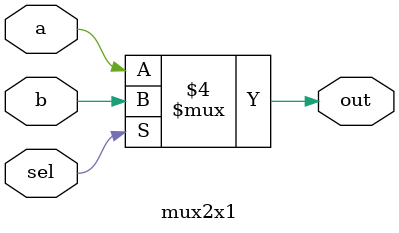
<source format=v>
module mux4x1(p,q,r,s,sel,out);
  input p,q,r,s;
  input [1:0] sel;
  output out;
  
  wire w1 , w2;
  
  mux2x1 M1(.a(p) , .b(q) , .sel(sel[0]) , .out(w1));
  mux2x1 M2(.a(r) , .b(s) , .sel(sel[0]) , .out(w2));
  mux2x1 M3(.a(w1) , .b(w2) , .sel(sel[1]) , .out(o));
endmodule

module mux2x1(a,b,sel,out);
  input a,b,sel;
  output out;
  reg out;
  always @ (*)
    begin
      if(sel==1'b0)
         out = a;
      else
         out = b;
    end
endmodule

</source>
